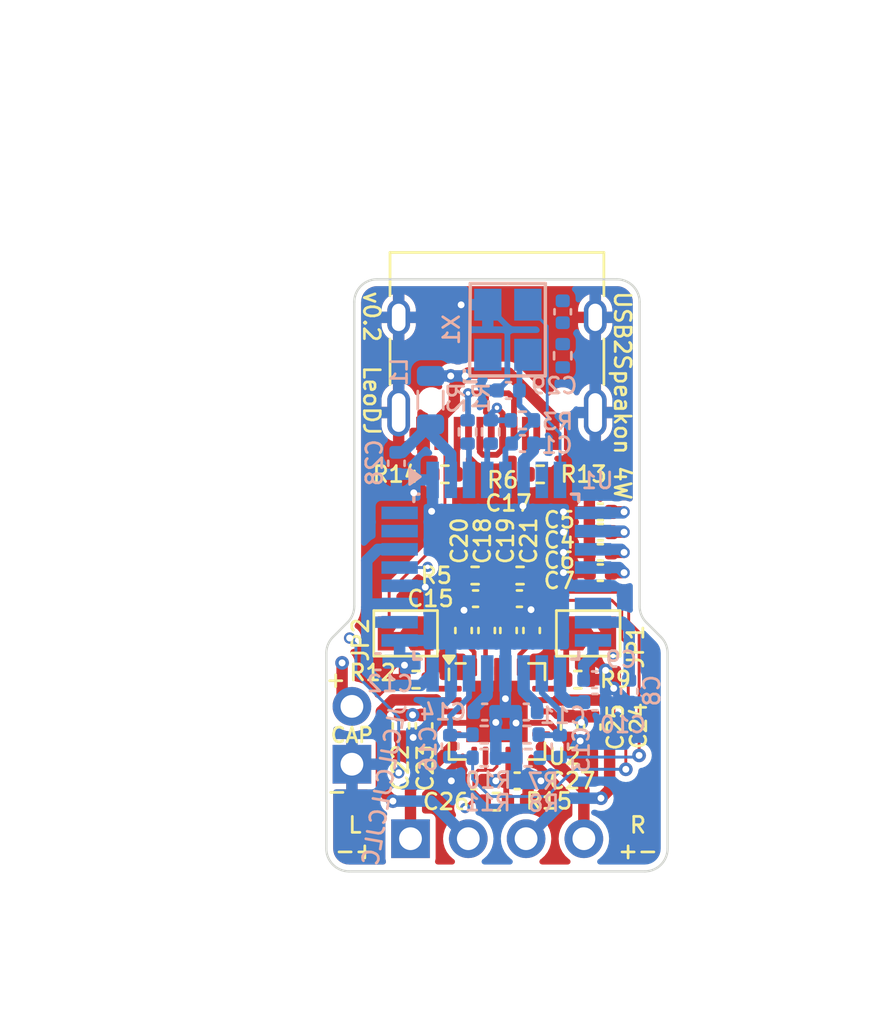
<source format=kicad_pcb>
(kicad_pcb (version 20240108) (generator "pcbnew") (generator_version "8.0")
  (layers (0 "F.Cu" signal) (1 "In1.Cu" signal) (2 "In2.Cu" signal) (31 "B.Cu" signal) (34 "B.Paste" user) (35 "F.Paste" user) (36 "B.SilkS" user "B.Silkscreen") (37 "F.SilkS" user "F.Silkscreen") (38 "B.Mask" user) (39 "F.Mask" user) (44 "Edge.Cuts" user))
  (net 0 "")
  (net 1 "+3V3")
  (net 2 "GND")
  (net 3 "Net-(U1-XTI)")
  (net 4 "Net-(U1-FR)")
  (net 5 "Net-(U1-FL)")
  (net 6 "Net-(U1-VCOM1)")
  (net 7 "Net-(U1-VCOM2)")
  (net 8 "Net-(U1-VCCCA)")
  (net 9 "Net-(U1-VIN)")
  (net 10 "Net-(U1-MBIAS)")
  (net 11 "Net-(U1-VCCL)")
  (net 12 "VCCP")
  (net 13 "Net-(U1-VOUTL)")
  (net 14 "LINE_L")
  (net 15 "Net-(U1-VCCR)")
  (net 16 "Net-(C15-Pad1)")
  (net 17 "LINE_R")
  (net 18 "Net-(U1-VOUTR)")
  (net 19 "Net-(C17-Pad1)")
  (net 20 "Net-(U2-INL+)")
  (net 21 "Net-(U2-INR+)")
  (net 22 "Net-(U2-INL-)")
  (net 23 "Net-(U2-INR-)")
  (net 24 "VBUS")
  (net 26 "Net-(J1-D--PadA7)")
  (net 27 "Net-(J1-CC2)")
  (net 28 "Net-(J1-D+-PadA6)")
  (net 30 "Net-(J1-CC1)")
  (net 31 "Net-(J2-Pin_3)")
  (net 32 "Net-(J2-Pin_1)")
  (net 33 "Net-(J2-Pin_4)")
  (net 34 "Net-(J2-Pin_2)")
  (net 35 "Net-(U1-VBUS)")
  (net 36 "Net-(U1-D+)")
  (net 37 "Net-(U1-D-)")
  (net 38 "Net-(U1-~{PLAY})")
  (net 39 "Net-(U1-~{REC})")
  (net 40 "~{SSPND}")
  (footprint "Resistor_SMD:R_0402_1005Metric" (layer "F.Cu") (at 148.3614 103.7336)
    (property "Reference" "R9")
    (property "Value" "33k")
  )
  (footprint "Capacitor_SMD:C_0402_1005Metric" (layer "F.Cu") (at 149.3494 96.3676)
    (property "Reference" "C5")
    (property "Value" "100p")
  )
  (footprint "Capacitor_SMD:C_0402_1005Metric" (layer "F.Cu") (at 145.7934 100.1776)
    (property "Reference" "C17")
    (property "Value" "47n")
  )
  (footprint "Package_DFN_QFN:QFN-20-1EP_4x4mm_P0.5mm_EP2.7x2.7mm" (layer "F.Cu") (at 144.8054 105.1306)
    (property "Reference" "U2")
    (property "Value" "TPA2012D2RTJR")
  )
  (footprint "Capacitor_SMD:C_0402_1005Metric" (layer "F.Cu") (at 140.5838 105.7636 -90)
    (property "Reference" "C22")
    (property "Value" "10u")
  )
  (footprint "Connector_USB:USB_C_Receptacle_HRO_TYPE-C-31-M-12" (layer "F.Cu") (at 144.8054 88.8746 180)
    (property "Reference" "J1" (hide yes))
    (property "Value" "USB_C_Receptacle_USB2.0_16P")
  )
  (footprint "Capacitor_SMD:C_0402_1005Metric" (layer "F.Cu") (at 148.9964 105.8164 -90)
    (property "Reference" "C24")
    (property "Value" "10u")
  )
  (footprint "Capacitor_SMD:C_0402_1005Metric" (layer "F.Cu") (at 143.3374 101.5746 90)
    (property "Reference" "C20")
    (property "Value" "470n")
  )
  (footprint "Connector_PinSocket_2.54mm:PinSocket_1x02_P2.54mm_Vertical" (layer "F.Cu") (at 138.4304 107.4474 180)
    (property "Reference" "J3" (hide yes))
    (property "Value" "Ext_Cap")
  )
  (footprint "Capacitor_SMD:C_0402_1005Metric" (layer "F.Cu") (at 144.3534 101.5746 -90)
    (property "Reference" "C18")
    (property "Value" "470n")
  )
  (footprint "Capacitor_SMD:C_0402_1005Metric" (layer "F.Cu") (at 146.3294 101.5746 90)
    (property "Reference" "C21")
    (property "Value" "470n")
  )
  (footprint "Capacitor_SMD:C_0402_1005Metric" (layer "F.Cu") (at 143.8656 100.1776 180)
    (property "Reference" "C15")
    (property "Value" "47n")
  )
  (footprint "Resistor_SMD:R_0402_1005Metric" (layer "F.Cu") (at 144.78 109.093 180)
    (property "Reference" "R15")
    (property "Value" "33k")
  )
  (footprint "Capacitor_SMD:C_0402_1005Metric" (layer "F.Cu") (at 149.3494 97.2566)
    (property "Reference" "C4")
    (property "Value" "100p")
  )
  (footprint "Resistor_SMD:R_0402_1005Metric" (layer "F.Cu") (at 146.7104 94.7166)
    (property "Reference" "R13")
    (property "Value" "5k1")
  )
  (footprint "Resistor_SMD:R_0402_1005Metric" (layer "F.Cu") (at 142.5194 94.7166 180)
    (property "Reference" "R14")
    (property "Value" "5k1")
  )
  (footprint "Capacitor_SMD:C_0402_1005Metric" (layer "F.Cu") (at 147.9804 105.8164 -90)
    (property "Reference" "C25")
    (property "Value" "100n")
  )
  (footprint "Resistor_SMD:R_0402_1005Metric" (layer "F.Cu") (at 145.8214 99.1616 180)
    (property "Reference" "R6")
    (property "Value" "100")
  )
  (footprint "Capacitor_SMD:C_0402_1005Metric" (layer "F.Cu") (at 145.6944 108.1786)
    (property "Reference" "C27")
    (property "Value" "100n")
  )
  (footprint "Capacitor_SMD:C_0402_1005Metric" (layer "F.Cu") (at 143.7894 108.1786 180)
    (property "Reference" "C26")
    (property "Value" "10u")
  )
  (footprint "Jumper:SolderJumper-2_P1.3mm_Open_TrianglePad1.0x1.5mm" (layer "F.Cu") (at 148.8186 101.7016)
    (property "Reference" "JP1")
    (property "Value" "G0")
  )
  (footprint "Capacitor_SMD:C_0402_1005Metric" (layer "F.Cu") (at 145.3134 101.5746 -90)
    (property "Reference" "C19")
    (property "Value" "470n")
  )
  (footprint "Connector_PinHeader_2.54mm:PinHeader_1x04_P2.54mm_Vertical" (layer "F.Cu") (at 141.0054 110.7186 90)
    (property "Reference" "J2" (hide yes))
    (property "Value" "Conn_01x04")
  )
  (footprint "Capacitor_SMD:C_0402_1005Metric" (layer "F.Cu") (at 149.3494 98.1456)
    (property "Reference" "C6")
    (property "Value" "3u3")
  )
  (footprint "Resistor_SMD:R_0402_1005Metric" (layer "F.Cu") (at 143.8454 99.1616)
    (property "Reference" "R5")
    (property "Value" "100")
  )
  (footprint "Capacitor_SMD:C_0402_1005Metric" (layer "F.Cu") (at 141.5998 105.7636 -90)
    (property "Reference" "C23")
    (property "Value" "100n")
  )
  (footprint "Jumper:SolderJumper-2_P1.3mm_Open_TrianglePad1.0x1.5mm" (layer "F.Cu") (at 140.7922 101.7016 180)
    (property "Reference" "JP2")
    (property "Value" "G1")
  )
  (footprint "Resistor_SMD:R_0402_1005Metric" (layer "F.Cu") (at 141.2494 103.7336 180)
    (property "Reference" "R12")
    (property "Value" "33k")
  )
  (footprint "Capacitor_SMD:C_0402_1005Metric" (layer "F.Cu") (at 149.3494 99.0346)
    (property "Reference" "C7")
    (property "Value" "100n")
  )
  (footprint "Resistor_SMD:R_0402_1005Metric" (layer "B.Cu") (at 146.1262 106.1466 180)
    (property "Reference" "R7")
    (property "Value" "33k")
  )
  (footprint "Resistor_SMD:R_0402_1005Metric" (layer "B.Cu") (at 144.2466 106.1466 180)
    (property "Reference" "R10")
    (property "Value" "33k")
  )
  (footprint "Resistor_SMD:R_0402_1005Metric" (layer "B.Cu") (at 143.511982 92.855341 90)
    (property "Reference" "R2")
    (property "Value" "22")
  )
  (footprint "Capacitor_SMD:C_0402_1005Metric" (layer "B.Cu") (at 150.6194 104.2416 90)
    (property "Reference" "C8")
    (property "Value" "1u")
  )
  (footprint "Inductor_SMD:L_0805_2012Metric" (layer "B.Cu") (at 141.8844 91.4611 -90)
    (property "Reference" "L1")
    (property "Value" "1uH / <0.6Ω")
  )
  (footprint "Capacitor_SMD:C_0402_1005Metric" (layer "B.Cu") (at 149.1114 104.7226 180)
    (property "Reference" "C10")
    (property "Value" "3u3")
  )
  (footprint "Resistor_SMD:R_0402_1005Metric" (layer "B.Cu") (at 147.696319 89.5096 90)
    (property "Reference" "R4" (hide yes))
    (property "Value" "DNP")
  )
  (footprint "LCSC:OSC-SMD_4P-L3.2-W2.5-BL" (layer "B.Cu") (at 145.283319 88.3666 90)
    (property "Reference" "X1")
    (property "Value" "6MHz XO")
  )
  (footprint "Capacitor_SMD:C_0402_1005Metric" (layer "B.Cu") (at 147.696319 87.5792 -90)
    (property "Reference" "C2" (hide yes))
    (property "Value" "DNP")
  )
  (footprint "Resistor_SMD:R_0402_1005Metric" (layer "B.Cu") (at 144.2466 107.1626 180)
    (property "Reference" "R11")
    (property "Value" "33k")
  )
  (footprint "Capacitor_SMD:C_0402_1005Metric" (layer "B.Cu") (at 149.0954 103.7336 180)
    (property "Reference" "C9")
    (property "Value" "100n")
  )
  (footprint "Resistor_SMD:R_0402_1005Metric" (layer "B.Cu") (at 146.1744 107.1626 180)
    (property "Reference" "R8")
    (property "Value" "33k")
  )
  (footprint "Package_QFP:TQFP-32_7x7mm_P0.8mm" (layer "B.Cu") (at 144.7774 99.211341 -90)
    (property "Reference" "U1")
    (property "Value" "PCM2912A")
  )
  (footprint "Capacitor_SMD:C_0402_1005Metric" (layer "B.Cu") (at 142.7454 106.6546 90)
    (property "Reference" "C16")
    (property "Value" "10u")
  )
  (footprint "Resistor_SMD:R_0402_1005Metric" (layer "B.Cu") (at 144.527982 92.855341 -90)
    (property "Reference" "R1")
    (property "Value" "22")
  )
  (footprint "Resistor_SMD:R_0402_1005Metric" (layer "B.Cu") (at 145.924982 92.347341)
    (property "Reference" "R3")
    (property "Value" "1k5")
  )
  (footprint "Capacitor_SMD:C_0402_1005Metric" (layer "B.Cu") (at 144.2668 105.156 180)
    (property "Reference" "C14")
    (property "Value" "1u")
  )
  (footprint "Capacitor_SMD:C_0402_1005Metric" (layer "B.Cu") (at 139.573 102.9462 180)
    (property "Reference" "C12")
    (property "Value" "1u")
  )
  (footprint "Capacitor_SMD:C_0402_1005Metric" (layer "B.Cu") (at 147.5714 106.6546 90)
    (property "Reference" "C13")
    (property "Value" "10u")
  )
  (footprint "Capacitor_SMD:C_0402_1005Metric" (layer "B.Cu") (at 145.3134 91.0336)
    (property "Reference" "C29")
    (property "Value" "100n")
  )
  (footprint "Capacitor_SMD:C_0402_1005Metric" (layer "B.Cu") (at 145.926982 93.363341 180)
    (property "Reference" "C1")
    (property "Value" "1u")
  )
  (footprint "Capacitor_SMD:C_0402_1005Metric" (layer "B.Cu") (at 146.0956 105.156)
    (property "Reference" "C11")
    (property "Value" "1u")
  )
  (footprint "Capacitor_SMD:C_0402_1005Metric" (layer "B.Cu") (at 140.3858 94.234 -90)
    (property "Reference" "C28")
    (property "Value" "1u")
  )
  (gr_line (start 152.012507 101.860708) (end 151.369894 101.218095) (stroke (width 0.1)) (layer "Edge.Cuts"))
  (gr_line (start 138.236738 101.222261) (end 137.598292 101.860707) (stroke (width 0.1)) (layer "Edge.Cuts"))
  (gr_arc (start 138.533795 87.153555) (mid 138.826675 86.446481) (end 139.533749 86.1536) (stroke (width 0.1)) (layer "Edge.Cuts"))
  (gr_arc (start 152.012507 101.860708) (mid 152.229279 102.185129) (end 152.305399 102.56781) (stroke (width 0.1)) (layer "Edge.Cuts"))
  (gr_arc (start 137.305399 102.567745) (mid 137.381521 102.185094) (end 137.598292 101.860707) (stroke (width 0.1)) (layer "Edge.Cuts"))
  (gr_line (start 152.305399 111.153601) (end 152.305399 102.56781) (stroke (width 0.1)) (layer "Edge.Cuts"))
  (gr_arc (start 151.369894 101.218095) (mid 151.153123 100.893674) (end 151.077003 100.510993) (stroke (width 0.1)) (layer "Edge.Cuts"))
  (gr_line (start 138.305399 112.1536) (end 151.305401 112.1536) (stroke (width 0.1)) (layer "Edge.Cuts"))
  (gr_arc (start 138.533795 100.510935) (mid 138.456547 100.896365) (end 138.236738 101.222261) (stroke (width 0.1)) (layer "Edge.Cuts"))
  (gr_arc (start 150.077004 86.1536) (mid 150.78411 86.446493) (end 151.077003 87.153598) (stroke (width 0.1)) (layer "Edge.Cuts"))
  (gr_line (start 151.077003 100.510993) (end 151.077003 87.153598) (stroke (width 0.1)) (layer "Edge.Cuts"))
  (gr_arc (start 138.305399 112.1536) (mid 137.595829 111.858246) (end 137.305399 111.146647) (stroke (width 0.1)) (layer "Edge.Cuts"))
  (gr_line (start 137.305399 111.146647) (end 137.305399 102.567745) (stroke (width 0.1)) (layer "Edge.Cuts"))
  (gr_line (start 150.077004 86.1536) (end 139.533749 86.1536) (stroke (width 0.1)) (layer "Edge.Cuts"))
  (gr_line (start 138.533795 87.153555) (end 138.533795 100.510935) (stroke (width 0.1)) (layer "Edge.Cuts"))
  (gr_arc (start 152.305399 111.153601) (mid 152.012506 111.860707) (end 151.305401 112.1536) (stroke (width 0.1)) (layer "Edge.Cuts"))
  (gr_text "JLCJLCJLCJLC" (at 140.8938 104.775 80) (layer "B.SilkS") (effects (font (size 0.7 0.7) (thickness 0.12) (bold yes)) (justify left bottom mirror)))
  (gr_text "-" (at 137.7696 109.0422 0) (layer "F.SilkS") (effects (font (size 0.7 0.7) (thickness 0.12) (bold yes)) (justify bottom)))
  (gr_text "v0.2  LeoDJ" (at 138.8872 86.614 270) (layer "F.SilkS") (effects (font (size 0.7 0.7) (thickness 0.12) (bold yes)) (justify left bottom)))
  (gr_text "CAP" (at 138.43 106.553 0) (layer "F.SilkS") (effects (font (size 0.65 0.65) (thickness 0.12) (bold yes)) (justify bottom)))
  (gr_text "L\n-+" (at 138.563518 111.65719 0) (layer "F.SilkS") (effects (font (size 0.7 0.7) (thickness 0.12) (bold yes)) (justify bottom)))
  (gr_text "USB2Speakon 4W" (at 149.9108 86.614 -90) (layer "F.SilkS") (effects (font (size 0.7 0.7) (thickness 0.12) (bold yes)) (justify left bottom)))
  (gr_text "R\n+-" (at 151.003 111.6584 0) (layer "F.SilkS") (effects (font (size 0.7 0.7) (thickness 0.12) (bold yes)) (justify bottom)))
  (gr_text "+" (at 137.7188 104.14 0) (layer "F.SilkS") (effects (font (size 0.7 0.7) (thickness 0.12) (bold yes)) (justify bottom)))
  (segment (start 146.434982 92.332982) (end 145.7934 91.6914) (width 0.254) (layer "B.Cu") (net 1))
  (segment (start 146.434982 92.347341) (end 146.434982 92.332982) (width 0.254) (layer "B.Cu") (net 1))
  (segment (start 145.7934 89.836519) (end 146.163319 89.4666) (width 0.254) (layer "B.Cu") (net 1))
  (segment (start 145.446982 93.363341) (end 145.446982 93.335341) (width 0.254) (layer "B.Cu") (net 1))
  (segment (start 145.1774 94.961341) (end 145.1774 93.632923) (width 0.254) (layer "B.Cu") (net 1))
  (segment (start 145.446982 93.335341) (end 146.434982 92.347341) (width 0.254) (layer "B.Cu") (net 1))
  (segment (start 145.7934 91.6914) (end 145.7934 91.0336) (width 0.254) (layer "B.Cu") (net 1))
  (segment (start 145.7934 91.0336) (end 145.7934 89.836519) (width 0.254) (layer "B.Cu") (net 1))
  (segment (start 145.1774 93.632923) (end 145.446982 93.363341) (width 0.254) (layer "B.Cu") (net 1))
  (segment (start 144.8054 103.1806) (end 144.8054 105.1306) (width 0.254) (layer "F.Cu") (net 2))
  (segment (start 148.0554 93.8816) (end 148.0554 92.9196) (width 0.5) (layer "F.Cu") (net 2))
  (segment (start 143.3856 100.1776) (end 143.3856 100.6576) (width 0.5) (layer "F.Cu") (net 2))
  (segment (start 141.1524 106.2436) (end 141.5998 106.2436) (width 0.5) (layer "F.Cu") (net 2))
  (segment (start 146.7554 105.6306) (end 145.6516 105.6306) (width 0.254) (layer "F.Cu") (net 2))
  (segment (start 149.3774 103.7336) (end 148.8714 103.7336) (width 0.5) (layer "F.Cu") (net 2))
  (segment (start 143.3374 101.0946) (end 143.3374 100.7058) (width 0.5) (layer "F.Cu") (net 2))
  (segment (start 148.8694 97.2566) (end 147.7264 97.2566) (width 0.5) (layer "F.Cu") (net 2))
  (segment (start 147.2204 94.7166) (end 148.0554 93.8816) (width 0.5) (layer "F.Cu") (net 2))
  (segment (start 141.5554 94.2626) (end 141.5554 92.9196) (width 0.5) (layer "F.Cu") (net 2))
  (segment (start 145.6436 105.6386) (end 145.6356 105.6306) (width 0.254) (layer "F.Cu") (net 2))
  (segment (start 147.7606 106.2964) (end 147.9804 106.2964) (width 0.254) (layer "F.Cu") (net 2))
  (segment (start 140.5838 106.2436) (end 141.0924 106.2436) (width 0.5) (layer "F.Cu") (net 2))
  (segment (start 148.8694 96.3676) (end 147.7264 96.3676) (width 0.5) (layer "F.Cu") (net 2))
  (segment (start 140.7394 103.1006) (end 140.7414 103.0986) (width 0.254) (layer "F.Cu") (net 2))
  (segment (start 147.0948 105.6306) (end 147.7606 106.2964) (width 0.254) (layer "F.Cu") (net 2))
  (segment (start 146.2734 100.1776) (end 146.2734 100.6296) (width 0.5) (layer "F.Cu") (net 2))
  (segment (start 148.8694 98.1456) (end 147.7264 98.1456) (width 0.5) (layer "F.Cu") (net 2))
  (segment (start 143.3856 100.6576) (end 143.3576 100.6856) (width 0.5) (layer "F.Cu") (net 2))
  (segment (start 142.0094 94.7166) (end 141.5554 94.2626) (width 0.5) (layer "F.Cu") (net 2))
  (segment (start 145.3054 105.6306) (end 144.8054 105.1306) (width 0.254) (layer "F.Cu") (net 2))
  (segment (start 149.5806 103.3272) (end 149.5806 103.5304) (width 0.5) (layer "F.Cu") (net 2))
  (segment (start 143.3374 100.7058) (end 143.3576 100.6856) (width 0.5) (layer "F.Cu") (net 2))
  (segment (start 148.8694 99.0346) (end 148.8694 96.3676) (width 0.5) (layer "F.Cu") (net 2))
  (segment (start 143.3094 108.1786) (end 142.8014 108.1786) (width 0.5) (layer "F.Cu") (net 2))
  (segment (start 145.6356 105.6306) (end 145.3054 105.6306) (width 0.254) (layer "F.Cu") (net 2))
  (segment (start 146.3294 101.0946) (end 146.3294 100.6856) (width 0.5) (layer "F.Cu") (net 2))
  (segment (start 144.3054 105.6306) (end 144.8054 105.1306) (width 0.254) (layer "F.Cu") (net 2))
  (segment (start 148.8694 99.0346) (end 147.7264 99.0346) (width 0.5) (layer "F.Cu") (net 2))
  (segment (start 146.3294 100.6856) (end 146.304 100.6602) (width 0.5) (layer "F.Cu") (net 2))
  (segment (start 141.1224 106.2736) (end 141.1524 106.2436) (width 0.5) (layer "F.Cu") (net 2))
  (segment (start 149.5806 103.5304) (end 149.3774 103.7336) (width 0.5) (layer "F.Cu") (net 2))
  (segment (start 142.8554 105.6306) (end 142.4004 105.6306) (width 0.254) (layer "F.Cu") (net 2))
  (segment (start 141.0924 106.2436) (end 141.1224 106.2736) (width 0.5) (layer "F.Cu") (net 2))
  (segment (start 146.2734 100.6296) (end 146.304 100.6602) (width 0.5) (layer "F.Cu") (net 2))
  (segment (start 146.1744 108.1786) (end 146.7384 108.1786) (width 0.5) (layer "F.Cu") (net 2))
  (segment (start 142.8554 105.6306) (end 144.3054 105.6306) (width 0.254) (layer "F.Cu") (net 2))
  (segment (start 142.4004 105.6306) (end 141.7874 106.2436) (width 0.254) (layer "F.Cu") (net 2))
  (segment (start 141.7874 106.2436) (end 141.5998 106.2436) (width 0.254) (layer "F.Cu") (net 2))
  (segment (start 145.6516 105.6306) (end 145.6436 105.6386) (width 0.254) (layer "F.Cu") (net 2))
  (segment (start 146.7554 105.6306) (end 147.0948 105.6306) (width 0.254) (layer "F.Cu") (net 2))
  (segment (start 140.7394 103.7336) (end 140.7394 103.1006) (width 0.254) (layer "F.Cu") (net 2))
  (via (at 145.9484 96.1136) (size 0.5) (drill 0.3) (layers "F.Cu" "B.Cu") (net 2))
  (via (at 147.7264 97.2566) (size 0.5) (drill 0.3) (layers "F.Cu" "B.Cu") (net 2))
  (via (at 146.304 100.6602) (size 0.6) (drill 0.3) (layers "F.Cu" "B.Cu") (net 2))
  (via (at 143.3576 100.6856) (size 0.6) (drill 0.3) (layers "F.Cu" "B.Cu") (net 2))
  (via (at 143.2306 87.2744) (size 0.6) (drill 0.3) (layers "F.Cu" "B.Cu") (net 2))
  (via (at 142.8014 108.1786) (size 0.6) (drill 0.3) (layers "F.Cu" "B.Cu") (net 2))
  (via (at 141.1478 95.5294) (size 0.6) (drill 0.3) (layers "F.Cu" "B.Cu") (net 2))
  (via (at 147.7264 99.0346) (size 0.5) (drill 0.3) (layers "F.Cu" "B.Cu") (net 2))
  (via (at 141.9352 96.3422) (size 0.6) (drill 0.3) (layers "F.Cu" "B.Cu") (net 2))
  (via (at 149.5806 103.3272) (size 0.6) (drill 0.3) (layers "F.Cu" "B.Cu") (net 2))
  (via (at 141.6558 99.6696) (size 0.5) (drill 0.3) (layers "F.Cu" "B.Cu") (net 2))
  (via (at 140.7414 103.0986) (size 0.5) (drill 0.3) (layers "F.Cu" "B.Cu") (net 2))
  (via (at 145.1774 104.5718) (size 0.5) (drill 0.3) (layers "F.Cu" "B.Cu") (net 2))
  (via (at 141.1224 106.2736) (size 0.6) (drill 0.3) (layers "F.Cu" "B.Cu") (net 2))
  (via (at 147.7264 98.1456) (size 0.5) (drill 0.3) (layers "F.Cu" "B.Cu") (net 2))
  (via (at 145.6436 105.6386) (size 0.6) (drill 0.3) (layers "F.Cu" "B.Cu") (net 2))
  (via (at 144.7546 105.6132) (size 0.6) (drill 0.3) (layers "F.Cu" "B.Cu") (net 2))
  (via (at 149.9362 104.1146) (size 0.6) (drill 0.3) (layers "F.Cu" "B.Cu") (net 2))
  (via (at 146.7384 108.1786) (size 0.6) (drill 0.3) (layers "F.Cu" "B.Cu") (net 2))
  (via (at 148.463 106.426) (size 0.6) (drill 0.3) (layers "F.Cu" "B.Cu") (net 2))
  (via (at 147.7264 96.3676) (size 0.5) (drill 0.3) (layers "F.Cu" "B.Cu") (net 2))
  (segment (start 145.9774 96.0846) (end 145.9484 96.1136) (width 0.5) (layer "B.Cu") (net 2))
  (segment (start 149.0274 99.611341) (end 148.0746 99.611341) (width 0.5) (layer "B.Cu") (net 2))
  (segment (start 140.5274 102.8846) (end 140.7414 103.0986) (width 0.5) (layer "B.Cu") (net 2))
  (segment (start 147.7264 99.263141) (end 147.7264 99.0346) (width 0.5) (layer "B.Cu") (net 2))
  (segment (start 140.5274 102.8046) (end 140.5274 102.011341) (width 0.5) (layer "B.Cu") (net 2))
  (segment (start 149.5914 103.7496) (end 149.5754 103.7336) (width 0.5) (layer "B.Cu") (net 2))
  (segment (start 149.5806 103.3272) (end 149.5754 103.3324) (width 0.5) (layer "B.Cu") (net 2))
  (segment (start 149.5914 104.7226) (end 149.5914 103.7496) (width 0.5) (layer "B.Cu") (net 2))
  (segment (start 141.597541 99.611341) (end 140.5274 99.611341) (width 0.254) (layer "B.Cu") (net 2))
  (segment (start 144.7468 105.156) (end 145.143 105.156) (width 0.5) (layer "B.Cu") (net 2))
  (segment (start 150.5442 104.7226) (end 150.6184 104.7226) (width 0.5) (layer "B.Cu") (net 2))
  (segment (start 144.8334 91.0336) (end 145.2626 90.6044) (width 0.254) (layer "B.Cu") (net 2))
  (segment (start 144.7566 105.6112) (end 144.7566 105.1658) (width 0.5) (layer "B.Cu") (net 2))
  (segment (start 145.1774 104.5718) (end 145.1774 105.1216) (width 0.5) (layer "B.Cu") (net 2))
  (segment (start 140.053 102.9462) (end 140.3858 102.9462) (width 0.5) (layer "B.Cu") (net 2))
  (segment (start 144.7566 107.1626) (end 144.7566 105.6152) (width 0.5) (layer "B.Cu") (net 2))
  (segment (start 140.5274 102.011341) (end 140.5274 102.8846) (width 0.5) (layer "B.Cu") (net 2))
  (segment (start 145.6644 105.2048) (end 145.6156 105.156) (width 0.5) (layer "B.Cu") (net 2))
  (segment (start 145.2118 105.156) (end 145.6156 105.156) (width 0.5) (layer "B.Cu") (net 2))
  (segment (start 149.5914 104.7226) (end 150.6184 104.7226) (width 0.5) (layer "B.Cu") (net 2))
  (segment (start 144.7566 105.6152) (end 144.7546 105.6132) (width 0.5) (layer "B.Cu") (net 2))
  (segment (start 149.5754 103.3324) (end 149.5754 103.7336) (width 0.5) (layer "B.Cu") (net 2))
  (segment (start 145.143 105.156) (end 145.1774 105.1216) (width 0.5) (layer "B.Cu") (net 2))
  (segment (start 140.3858 102.9462) (end 140.5274 102.8046) (width 0.5) (layer "B.Cu") (net 2))
  (segment (start 145.2626 90.6044) (end 145.2626 88.2142) (width 0.254) (layer "B.Cu") (net 2))
  (segment (start 145.1774 105.1216) (end 145.2118 105.156) (width 0.5) (layer "B.Cu") (net 2))
  (segment (start 145.6644 107.1626) (end 145.6644 105.2048) (width 0.5) (layer "B.Cu") (net 2))
  (segment (start 144.7546 105.6132) (end 144.7566 105.6112) (width 0.5) (layer "B.Cu") (net 2))
  (segment (start 150.6184 104.7226) (end 150.6194 104.7216) (width 0.5) (layer "B.Cu") (net 2))
  (segment (start 145.9774 94.102922) (end 145.9774 94.961341) (width 0.5) (layer "B.Cu") (net 2))
  (segment (start 146.406982 93.363341) (end 146.406982 93.67334) (width 0.5) (layer "B.Cu") (net 2))
  (segment (start 145.9774 94.961341) (end 145.9774 96.0846) (width 0.5) (layer "B.Cu") (net 2))
  (segment (start 149.9362 104.1146) (end 150.5442 104.7226) (width 0.5) (layer "B.Cu") (net 2))
  (segment (start 141.6558 99.6696) (end 141.597541 99.611341) (width 0.254) (layer "B.Cu") (net 2))
  (segment (start 144.403319 87.354919) (end 144.403319 87.2666) (width 0.254) (layer "B.Cu") (net 2))
  (segment (start 146.406982 93.67334) (end 145.9774 94.102922) (width 0.5) (layer "B.Cu") (net 2))
  (segment (start 145.2626 88.2142) (end 144.403319 87.354919) (width 0.254) (layer "B.Cu") (net 2))
  (segment (start 144.7566 105.1658) (end 144.7468 105.156) (width 0.5) (layer "B.Cu") (net 2))
  (segment (start 148.0746 99.611341) (end 147.7264 99.263141) (width 0.5) (layer "B.Cu") (net 2))
  (segment (start 145.1774 103.461341) (end 145.1774 104.5718) (width 0.5) (layer "B.Cu") (net 2))
  (segment (start 146.163319 87.2666) (end 146.163319 87.362319) (width 0.127) (layer "B.Cu") (net 3))
  (segment (start 147.5774 92.9166) (end 147.5774 94.961341) (width 0.127) (layer "B.Cu") (net 3))
  (segment (start 147.0152 92.3544) (end 147.5774 92.9166) (width 0.127) (layer "B.Cu") (net 3))
  (segment (start 147.0152 88.2142) (end 147.0152 92.3544) (width 0.127) (layer "B.Cu") (net 3))
  (segment (start 146.163319 87.362319) (end 147.0152 88.2142) (width 0.127) (layer "B.Cu") (net 3))
  (segment (start 149.8294 97.2566) (end 150.3934 97.2566) (width 0.5) (layer "F.Cu") (net 4))
  (via (at 150.3934 97.2566) (size 0.5) (drill 0.3) (layers "F.Cu" "B.Cu") (net 4))
  (segment (start 150.348141 97.211341) (end 150.3934 97.2566) (width 0.5) (layer "B.Cu") (net 4))
  (segment (start 149.0274 97.211341) (end 150.348141 97.211341) (width 0.5) (layer "B.Cu") (net 4))
  (segment (start 149.8294 96.3676) (end 150.3934 96.3676) (width 0.5) (layer "F.Cu") (net 5))
  (via (at 150.3934 96.3676) (size 0.5) (drill 0.3) (layers "F.Cu" "B.Cu") (net 5))
  (segment (start 149.0274 96.411341) (end 150.349659 96.411341) (width 0.5) (layer "B.Cu") (net 5))
  (segment (start 150.349659 96.411341) (end 150.3934 96.3676) (width 0.5) (layer "B.Cu") (net 5))
  (segment (start 149.8294 98.1456) (end 150.3934 98.1456) (width 0.5) (layer "F.Cu") (net 6))
  (via (at 150.3934 98.1456) (size 0.5) (drill 0.3) (layers "F.Cu" "B.Cu") (net 6))
  (segment (start 149.0274 98.011341) (end 150.259141 98.011341) (width 0.5) (layer "B.Cu") (net 6))
  (segment (start 150.259141 98.011341) (end 150.3934 98.1456) (width 0.5) (layer "B.Cu") (net 6))
  (segment (start 149.8294 99.0346) (end 150.3934 99.0346) (width 0.5) (layer "F.Cu") (net 7))
  (via (at 150.3934 99.0346) (size 0.5) (drill 0.3) (layers "F.Cu" "B.Cu") (net 7))
  (segment (start 150.170141 98.811341) (end 150.3934 99.0346) (width 0.5) (layer "B.Cu") (net 7))
  (segment (start 149.0274 98.811341) (end 150.170141 98.811341) (width 0.5) (layer "B.Cu") (net 7))
  (segment (start 150.6194 103.7616) (end 150.6194 101.503341) (width 0.5) (layer "B.Cu") (net 8))
  (segment (start 150.6194 101.503341) (end 150.3274 101.211341) (width 0.5) (layer "B.Cu") (net 8))
  (segment (start 150.3274 101.211341) (end 149.0274 101.211341) (width 0.5) (layer "B.Cu") (net 8))
  (segment (start 149.0274 102.011341) (end 149.0274 102.6866) (width 0.5) (layer "B.Cu") (net 9))
  (segment (start 148.6154 103.0986) (end 148.6154 103.7336) (width 0.5) (layer "B.Cu") (net 9))
  (segment (start 149.0274 102.6866) (end 148.6154 103.0986) (width 0.5) (layer "B.Cu") (net 9))
  (segment (start 147.5774 104.3466) (end 147.5774 103.461341) (width 0.5) (layer "B.Cu") (net 10))
  (segment (start 148.6314 104.7226) (end 147.9534 104.7226) (width 0.5) (layer "B.Cu") (net 10))
  (segment (start 147.9534 104.7226) (end 147.5774 104.3466) (width 0.5) (layer "B.Cu") (net 10))
  (segment (start 145.9774 104.247801) (end 146.5756 104.846001) (width 0.5) (layer "B.Cu") (net 11))
  (segment (start 146.5756 104.846001) (end 146.5756 105.156) (width 0.5) (layer "B.Cu") (net 11))
  (segment (start 145.9774 103.461341) (end 145.9774 104.247801) (width 0.5) (layer "B.Cu") (net 11))
  (segment (start 140.5274 98.011341) (end 139.5746 98.011341) (width 0.5) (layer "B.Cu") (net 12))
  (segment (start 141.451141 103.9876) (end 141.9774 103.461341) (width 0.5) (layer "B.Cu") (net 12))
  (segment (start 139.227659 101.211341) (end 140.5274 101.211341) (width 0.5) (layer "B.Cu") (net 12))
  (segment (start 139.083796 100.554945) (end 139.083796 102.936996) (width 0.5) (layer "B.Cu") (net 12))
  (segment (start 140.5274 100.411341) (end 139.2274 100.411341) (width 0.5) (layer "B.Cu") (net 12))
  (segment (start 139.083796 98.502145) (end 139.083796 100.554945) (width 0.5) (layer "B.Cu") (net 12))
  (segment (start 139.093 103.357799) (end 139.722801 103.9876) (width 0.5) (layer "B.Cu") (net 12))
  (segment (start 139.5746 98.011341) (end 139.083796 98.502145) (width 0.5) (layer "B.Cu") (net 12))
  (segment (start 139.722801 103.9876) (end 141.451141 103.9876) (width 0.5) (layer "B.Cu") (net 12))
  (segment (start 139.093 102.9462) (end 139.093 103.357799) (width 0.5) (layer "B.Cu") (net 12))
  (segment (start 139.083796 102.936996) (end 139.093 102.9462) (width 0.5) (layer "B.Cu") (net 12))
  (segment (start 139.2274 100.411341) (end 139.083796 100.554945) (width 0.5) (layer "B.Cu") (net 12))
  (segment (start 146.7774 103.461341) (end 146.7774 104.3086) (width 0.254) (layer "B.Cu") (net 13))
  (segment (start 147.5714 106.1746) (end 146.6642 106.1746) (width 0.254) (layer "B.Cu") (net 13))
  (segment (start 147.5714 105.1026) (end 147.5714 106.1746) (width 0.254) (layer "B.Cu") (net 13))
  (segment (start 146.6642 106.1746) (end 146.6362 106.1466) (width 0.254) (layer "B.Cu") (net 13))
  (segment (start 146.7774 104.3086) (end 147.5714 105.1026) (width 0.254) (layer "B.Cu") (net 13))
  (segment (start 150.5966 101.1936) (end 150.5966 100.1268) (width 0.127) (layer "F.Cu") (net 14))
  (segment (start 146.4056 98.505614) (end 146.4056 98.5012) (width 0.127) (layer "F.Cu") (net 14))
  (segment (start 143.9958 98.5012) (end 143.3354 99.1616) (width 0.127) (layer "F.Cu") (net 14))
  (segment (start 151.0538 107.061) (end 151.0538 101.6508) (width 0.127) (layer "F.Cu") (net 14))
  (segment (start 146.4056 98.5012) (end 143.9958 98.5012) (width 0.127) (layer "F.Cu") (net 14))
  (segment (start 150.5966 100.1268) (end 150.368 99.8982) (width 0.127) (layer "F.Cu") (net 14))
  (segment (start 147.798186 99.8982) (end 146.4056 98.505614) (width 0.127) (layer "F.Cu") (net 14))
  (segment (start 151.0538 101.6508) (end 150.5966 101.1936) (width 0.127) (layer "F.Cu") (net 14))
  (segment (start 150.368 99.8982) (end 147.798186 99.8982) (width 0.127) (layer "F.Cu") (net 14))
  (via (at 151.0538 107.061) (size 0.6) (drill 0.3) (layers "F.Cu" "B.Cu") (net 14))
  (segment (start 146.6844 107.1626) (end 147.5434 107.1626) (width 0.254) (layer "B.Cu") (net 14))
  (segment (start 151.0538 107.061) (end 150.9802 107.1346) (width 0.127) (layer "B.Cu") (net 14))
  (segment (start 150.9802 107.1346) (end 147.5714 107.1346) (width 0.127) (layer "B.Cu") (net 14))
  (segment (start 147.5434 107.1626) (end 147.5714 107.1346) (width 0.254) (layer "B.Cu") (net 14))
  (segment (start 143.7868 105.004741) (end 143.7868 105.156) (width 0.5) (layer "B.Cu") (net 15))
  (segment (start 144.3774 104.414141) (end 143.7868 105.004741) (width 0.5) (layer "B.Cu") (net 15))
  (segment (start 144.3774 103.461341) (end 144.3774 104.414141) (width 0.5) (layer "B.Cu") (net 15))
  (segment (start 144.3534 101.0946) (end 144.3534 99.1636) (width 0.254) (layer "F.Cu") (net 16))
  (segment (start 144.3534 99.1636) (end 144.3554 99.1616) (width 0.254) (layer "F.Cu") (net 16))
  (segment (start 147.3962 100.2538) (end 149.86 100.2538) (width 0.127) (layer "F.Cu") (net 17))
  (segment (start 150.2918 100.6856) (end 150.2918 101.9302) (width 0.127) (layer "F.Cu") (net 17))
  (segment (start 150.4696 104.8004) (end 150.4696 107.6706) (width 0.127) (layer "F.Cu") (net 17))
  (segment (start 150.5759 104.6941) (end 150.4696 104.8004) (width 0.127) (layer "F.Cu") (net 17))
  (segment (start 150.2918 101.9302) (end 150.5759 102.2143) (width 0.127) (layer "F.Cu") (net 17))
  (segment (start 150.4696 107.6706) (end 150.4799 107.6603) (width 0.127) (layer "F.Cu") (net 17))
  (segment (start 146.3314 99.1616) (end 146.3314 99.189) (width 0.127) (layer "F.Cu") (net 17))
  (segment (start 146.3314 99.189) (end 147.3962 100.2538) (width 0.127) (layer "F.Cu") (net 17))
  (segment (start 149.86 100.2538) (end 150.2918 100.6856) (width 0.127) (layer "F.Cu") (net 17))
  (segment (start 150.5759 102.2143) (end 150.5759 104.6941) (width 0.127) (layer "F.Cu") (net 17))
  (via (at 150.4696 107.6706) (size 0.6) (drill 0.3) (layers "F.Cu" "B.Cu") (net 17))
  (segment (start 144.5006 108.8644) (end 143.7366 108.1004) (width 0.127) (layer "B.Cu") (net 17))
  (segment (start 142.7454 107.1346) (end 143.7086 107.1346) (width 0.254) (layer "B.Cu") (net 17))
  (segment (start 143.7086 107.1346) (end 143.7366 107.1626) (width 0.254) (layer "B.Cu") (net 17))
  (segment (start 148.1963 107.6706) (end 147.0025 108.8644) (width 0.127) (layer "B.Cu") (net 17))
  (segment (start 143.7366 108.1004) (end 143.7366 107.1626) (width 0.127) (layer "B.Cu") (net 17))
  (segment (start 150.4696 107.6706) (end 148.1963 107.6706) (width 0.127) (layer "B.Cu") (net 17))
  (segment (start 147.0025 108.8644) (end 144.5006 108.8644) (width 0.127) (layer "B.Cu") (net 17))
  (segment (start 143.5774 103.461341) (end 143.5774 104.49717) (width 0.254) (layer "B.Cu") (net 18))
  (segment (start 143.5774 104.49717) (end 142.7454 105.32917) (width 0.254) (layer "B.Cu") (net 18))
  (segment (start 143.7086 106.1746) (end 143.7366 106.1466) (width 0.254) (layer "B.Cu") (net 18))
  (segment (start 142.7454 106.1746) (end 143.7086 106.1746) (width 0.254) (layer "B.Cu") (net 18))
  (segment (start 142.7454 105.32917) (end 142.7454 106.1746) (width 0.254) (layer "B.Cu") (net 18))
  (segment (start 145.3134 99.1636) (end 145.3114 99.1616) (width 0.254) (layer "F.Cu") (net 19))
  (segment (start 145.3134 101.0946) (end 145.3134 99.1636) (width 0.254) (layer "F.Cu") (net 19))
  (segment (start 143.8054 102.5226) (end 143.3374 102.0546) (width 0.2) (layer "F.Cu") (net 20))
  (segment (start 143.8054 103.1806) (end 143.8054 102.5226) (width 0.2) (layer "F.Cu") (net 20))
  (segment (start 145.8054 102.6346) (end 146.3854 102.0546) (width 0.2) (layer "F.Cu") (net 21))
  (segment (start 145.8054 103.1806) (end 145.8054 102.6346) (width 0.2) (layer "F.Cu") (net 21))
  (segment (start 144.3054 103.1806) (end 144.3054 102.1026) (width 0.2) (layer "F.Cu") (net 22))
  (segment (start 144.3054 102.1026) (end 144.3534 102.0546) (width 0.2) (layer "F.Cu") (net 22))
  (segment (start 145.3054 103.1806) (end 145.3054 102.1186) (width 0.2) (layer "F.Cu") (net 23))
  (segment (start 145.2494 102.1186) (end 145.3134 102.0546) (width 0.2) (layer "F.Cu") (net 23))
  (segment (start 145.3054 108.0876) (end 145.2144 108.1786) (width 0.254) (layer "F.Cu") (net 24))
  (segment (start 145.2144 108.1786) (end 145.2144 109.0174) (width 0.254) (layer "F.Cu") (net 24))
  (segment (start 147.8514 103.7336) (end 147.8514 101.9438) (width 0.254) (layer "F.Cu") (net 24))
  (segment (start 149.9108 102.6922) (end 149.9108 102.0688) (width 0.127) (layer "F.Cu") (net 24))
  (segment (start 149.9108 102.0688) (end 149.5436 101.7016) (width 0.127) (layer "F.Cu") (net 24))
  (segment (start 146.7554 105.1306) (end 147.2184 105.1306) (width 0.254) (layer "F.Cu") (net 24))
  (segment (start 148.4884 105.5878) (end 148.5138 105.6132) (width 0.5) (layer "F.Cu") (net 24))
  (segment (start 140.0672 99.880365) (end 142.5194 97.428165) (width 0.127) (layer "F.Cu") (net 24))
  (segment (start 142.7734 90.3986) (end 143.4084 90.3986) (width 0.5) (layer "F.Cu") (net 24))
  (segment (start 141.0964 105.2836) (end 141.097 105.283) (width 0.5) (layer "F.Cu") (net 24))
  (segment (start 141.7594 103.7336) (end 141.7594 101.9438) (width 0.254) (layer "F.Cu") (net 24))
  (segment (start 141.7594 101.9438) (end 141.5172 101.7016) (width 0.254) (layer "F.Cu") (net 24))
  (segment (start 147.2184 105.1306) (end 147.4242 105.3364) (width 0.254) (layer "F.Cu") (net 24))
  (segment (start 145.320017 90.2716) (end 143.5354 90.2716) (width 0.5) (layer "F.Cu") (net 24))
  (segment (start 142.3554 92.2136) (end 142.3554 92.9196) (width 0.5) (layer "F.Cu") (net 24))
  (segment (start 142.9314 90.8756) (end 142.9314 91.6376) (width 0.5) (layer "F.Cu") (net 24))
  (segment (start 148.4884 105.3364) (end 148.4884 105.5878) (width 0.5) (layer "F.Cu") (net 24))
  (segment (start 147.4544 104.1306) (end 147.8514 103.7336) (width 0.254) (layer "F.Cu") (net 24))
  (segment (start 147.4242 105.3364) (end 147.9804 105.3364) (width 0.254) (layer "F.Cu") (net 24))
  (segment (start 142.1564 104.1306) (end 141.7594 103.7336) (width 0.254) (layer "F.Cu") (net 24))
  (segment (start 147.9804 105.3364) (end 148.4884 105.3364) (width 0.5) (layer "F.Cu") (net 24))
  (segment (start 140.0672 101.7016) (end 141.5172 101.7016) (width 0.127) (layer "F.Cu") (net 24))
  (segment (start 142.5194 93.0836) (end 142.3554 92.9196) (width 0.127) (layer "F.Cu") (net 24))
  (segment (start 146.7554 104.1306) (end 147.4544 104.1306) (width 0.254) (layer "F.Cu") (net 24))
  (segment (start 141.097 105.283) (end 141.0976 105.2836) (width 0.5) (layer "F.Cu") (net 24))
  (segment (start 142.3924 105.1306) (end 142.2394 105.2836) (width 0.254) (layer "F.Cu") (net 24))
  (segment (start 143.5354 90.2716) (end 142.9314 90.8756) (width 0.5) (layer "F.Cu") (net 24))
  (segment (start 145.2144 109.0174) (end 145.29 109.093) (width 0.254) (layer "F.Cu") (net 24))
  (segment (start 141.0976 105.2836) (end 141.5998 105.2836) (width 0.5) (layer "F.Cu") (net 24))
  (segment (start 149.5436 101.7016) (end 148.0936 101.7016) (width 0.127) (layer "F.Cu") (net 24))
  (segment (start 142.9314 91.6376) (end 142.3554 92.2136) (width 0.5) (layer "F.Cu") (net 24))
  (segment (start 137.9982 102.997) (end 137.9982 104.4752) (width 0.5) (layer "F.Cu") (net 24))
  (segment (start 147.2554 92.9196) (end 147.2554 92.206983) (width 0.5) (layer "F.Cu") (net 24))
  (segment (start 144.2694 108.1786) (end 144.7546 108.1786) (width 0.5) (layer "F.Cu") (net 24))
  (segment (start 137.9982 104.4752) (end 138.4304 104.9074) (width 0.5) (layer "F.Cu") (net 24))
  (segment (start 140.5838 105.2836) (end 141.0964 105.2836) (width 0.5) (layer "F.Cu") (net 24))
  (segment (start 145.3054 107.0806) (end 145.3054 108.0876) (width 0.254) (layer "F.Cu") (net 24))
  (segment (start 140.0672 101.7016) (end 140.0672 99.880365) (width 0.127) (layer "F.Cu") (net 24))
  (segment (start 145.3334 108.0596) (end 145.2144 108.1786) (width 0.254) (layer "F.Cu") (net 24))
  (segment (start 147.2554 92.206983) (end 145.320017 90.2716) (width 0.5) (layer "F.Cu") (net 24))
  (segment (start 142.5194 97.428165) (end 142.5194 93.0836) (width 0.127) (layer "F.Cu") (net 24))
  (segment (start 147.8514 101.9438) (end 148.0936 101.7016) (width 0.254) (layer "F.Cu") (net 24))
  (segment (start 142.8554 105.1306) (end 142.3924 105.1306) (width 0.254) (layer "F.Cu") (net 24))
  (segment (start 144.7546 108.1786) (end 145.2144 108.1786) (width 0.5) (layer "F.Cu") (net 24))
  (segment (start 148.4884 105.3364) (end 148.9964 105.3364) (width 0.5) (layer "F.Cu") (net 24))
  (segment (start 142.8554 104.1306) (end 142.1564 104.1306) (width 0.254) (layer "F.Cu") (net 24))
  (segment (start 143.4084 90.3986) (end 143.5354 90.2716) (width 0.5) (layer "F.Cu") (net 24))
  (segment (start 142.2394 105.2836) (end 141.5998 105.2836) (width 0.254) (layer "F.Cu") (net 24))
  (via (at 143.4084 90.3986) (size 0.6) (drill 0.3) (layers "F.Cu" "B.Cu") (net 24))
  (via (at 149.9108 102.6922) (size 0.45) (drill 0.2) (layers "F.Cu" "B.Cu") (net 24))
  (via (at 142.7734 90.3986) (size 0.6) (drill 0.3) (layers "F.Cu" "B.Cu") (net 24))
  (via (at 137.9982 102.997) (size 0.6) (drill 0.3) (layers "F.Cu" "B.Cu") (net 24))
  (via (at 148.5138 105.6132) (size 0.6) (drill 0.3) (layers "F.Cu" "B.Cu") (net 24))
  (via (at 144.7546 108.1786) (size 0.6) (drill 0.3) (layers "F.Cu" "B.Cu") (net 24))
  (via (at 141.097 105.283) (size 0.6) (drill 0.3) (layers "F.Cu" "B.Cu") (net 24))
  (segment (start 142.7734 90.3986) (end 143.4084 90.3986) (width 0.5) (layer "B.Cu") (net 24))
  (segment (start 141.8844 90.3986) (end 142.7734 90.3986) (width 0.5) (layer "B.Cu") (net 24))
  (segment (start 143.5354 91.1606) (end 144.633163 91.1606) (width 0.254) (layer "F.Cu") (net 26))
  (segment (start 144.5554 92.225837) (end 144.3244 91.994837) (width 0.254) (layer "F.Cu") (net 26))
  (segment (start 144.3244 91.2606) (end 144.4244 91.1606) (width 0.254) (layer "F.Cu") (net 26))
  (segment (start 145.5554 91.4026) (end 145.5554 92.9196) (width 0.254) (layer "F.Cu") (net 26))
  (segment (start 144.5554 92.9196) (end 144.5784 92.8966) (width 0.254) (layer "F.Cu") (net 26))
  (segment (start 144.3244 91.994837) (end 144.3244 91.2606) (width 0.254) (layer "F.Cu") (net 26))
  (segment (start 144.4244 91.1606) (end 145.3134 91.1606) (width 0.254) (layer "F.Cu") (net 26))
  (segment (start 145.3134 91.1606) (end 145.5554 91.4026) (width 0.254) (layer "F.Cu") (net 26))
  (segment (start 144.5554 92.9196) (end 144.5554 92.225837) (width 0.254) (layer "F.Cu") (net 26))
  (via (at 143.5354 91.1606) (size 0.45) (drill 0.2) (layers "F.Cu" "B.Cu") (net 26))
  (segment (start 143.5354 92.321923) (end 143.511982 92.345341) (width 0.254) (layer "B.Cu") (net 26))
  (segment (start 143.5354 91.1606) (end 143.5354 92.321923) (width 0.254) (layer "B.Cu") (net 26))
  (segment (start 143.0554 92.9196) (end 143.0554 94.6906) (width 0.254) (layer "F.Cu") (net 27))
  (segment (start 143.0554 94.6906) (end 143.0294 94.7166) (width 0.254) (layer "F.Cu") (net 27))
  (segment (start 144.1895 93.8605) (end 144.8054 93.8605) (width 0.254) (layer "F.Cu") (net 28))
  (segment (start 144.0554 92.9196) (end 144.0554 93.7264) (width 0.254) (layer "F.Cu") (net 28))
  (segment (start 144.8054 91.7956) (end 145.0554 92.0456) (width 0.254) (layer "F.Cu") (net 28))
  (segment (start 144.8054 93.8605) (end 145.0554 93.6105) (width 0.254) (layer "F.Cu") (net 28))
  (segment (start 145.0554 92.0456) (end 145.0554 92.9196) (width 0.254) (layer "F.Cu") (net 28))
  (segment (start 145.0554 93.6105) (end 145.0554 92.9196) (width 0.254) (layer "F.Cu") (net 28))
  (segment (start 144.0554 93.7264) (end 144.1895 93.8605) (width 0.254) (layer "F.Cu") (net 28))
  (via (at 144.8054 91.7956) (size 0.45) (drill 0.2) (layers "F.Cu" "B.Cu") (net 28))
  (segment (start 145.412982 92.345341) (end 145.414982 92.347341) (width 0.254) (layer "B.Cu") (net 28))
  (segment (start 144.527982 92.345341) (end 145.0594 92.345341) (width 0.254) (layer "B.Cu") (net 28))
  (segment (start 145.0594 92.345341) (end 145.412982 92.345341) (width 0.254) (layer "B.Cu") (net 28))
  (segment (start 144.527982 92.073018) (end 144.527982 92.345341) (width 0.254) (layer "B.Cu") (net 28))
  (segment (start 144.8054 91.7956) (end 144.527982 92.073018) (width 0.254) (layer "B.Cu") (net 28))
  (segment (start 146.0554 92.9196) (end 146.0554 94.5716) (width 0.254) (layer "F.Cu") (net 30))
  (segment (start 146.0554 94.5716) (end 146.2004 94.7166) (width 0.254) (layer "F.Cu") (net 30))
  (segment (start 149.7584 105.0036) (end 149.7584 108.5596) (width 0.5) (layer "F.Cu") (net 31))
  (segment (start 149.7584 108.5596) (end 149.3774 108.9406) (width 0.5) (layer "F.Cu") (net 31))
  (segment (start 149.3854 104.6306) (end 149.7584 105.0036) (width 0.5) (layer "F.Cu") (net 31))
  (segment (start 147.4724 104.6306) (end 149.3854 104.6306) (width 0.5) (layer "F.Cu") (net 31))
  (segment (start 147.4724 104.6306) (end 146.7554 104.6306) (width 0.254) (layer "F.Cu") (net 31))
  (via (at 149.3774 108.9406) (size 0.6) (drill 0.3) (layers "F.Cu" "B.Cu") (net 31))
  (segment (start 146.0854 110.7186) (end 147.8634 108.9406) (width 0.5) (layer "B.Cu") (net 31))
  (segment (start 147.8634 108.9406) (end 149.3774 108.9406) (width 0.5) (layer "B.Cu") (net 31))
  (segment (start 142.8554 106.6546) (end 141.0054 108.5046) (width 0.5) (layer "F.Cu") (net 32))
  (segment (start 141.0054 108.5046) (end 141.0054 110.7186) (width 0.5) (layer "F.Cu") (net 32))
  (segment (start 142.8554 106.6546) (end 142.8554 106.1306) (width 0.254) (layer "F.Cu") (net 32))
  (segment (start 148.6254 108.5696) (end 148.6254 110.7186) (width 0.5) (layer "F.Cu") (net 33))
  (segment (start 146.7554 106.6996) (end 146.7554 106.1306) (width 0.254) (layer "F.Cu") (net 33))
  (segment (start 146.7554 106.6996) (end 148.6254 108.5696) (width 0.5) (layer "F.Cu") (net 33))
  (segment (start 142.1384 104.6306) (end 142.1304 104.6226) (width 0.5) (layer "F.Cu") (net 34))
  (segment (start 142.1304 104.6226) (end 140.2334 104.6226) (width 0.5) (layer "F.Cu") (net 34))
  (segment (start 139.7254 108.5596) (end 140.2334 109.0676) (width 0.5) (layer "F.Cu") (net 34))
  (segment (start 139.7254 105.1306) (end 139.7254 108.5596) (width 0.5) (layer "F.Cu") (net 34))
  (segment (start 140.2334 104.6226) (end 139.7254 105.1306) (width 0.5) (layer "F.Cu") (net 34))
  (segment (start 142.1384 104.6306) (end 142.8554 104.6306) (width 0.254) (layer "F.Cu") (net 34))
  (via (at 140.2334 109.0676) (size 0.6) (drill 0.3) (layers "F.Cu" "B.Cu") (net 34))
  (segment (start 140.2334 109.0676) (end 141.8944 109.0676) (width 0.5) (layer "B.Cu") (net 34))
  (segment (start 141.8944 109.0676) (end 143.5454 110.7186) (width 0.5) (layer "B.Cu") (net 34))
  (segment (start 141.8844 92.9386) (end 141.8844 92.5236) (width 0.5) (layer "B.Cu") (net 35))
  (segment (start 142.7774 94.961341) (end 142.7774 93.8316) (width 0.5) (layer "B.Cu") (net 35))
  (segment (start 142.7774 93.8316) (end 141.8844 92.9386) (width 0.5) (layer "B.Cu") (net 35))
  (segment (start 140.3858 93.754) (end 140.654 93.754) (width 0.5) (layer "B.Cu") (net 35))
  (segment (start 140.654 93.754) (end 141.8844 92.5236) (width 0.5) (layer "B.Cu") (net 35))
  (segment (start 144.3774 94.961341) (end 144.3774 93.515923) (width 0.254) (layer "B.Cu") (net 36))
  (segment (start 144.3774 93.515923) (end 144.527982 93.365341) (width 0.254) (layer "B.Cu") (net 36))
  (segment (start 143.5774 94.961341) (end 143.5774 93.430759) (width 0.254) (layer "B.Cu") (net 37))
  (segment (start 143.5774 93.430759) (end 143.511982 93.365341) (width 0.254) (layer "B.Cu") (net 37))
  (segment (start 143.7894 107.8992) (end 143.7894 108.6104) (width 0.127) (layer "F.Cu") (net 40))
  (segment (start 144.8054 107.5436) (end 144.6328 107.7162) (width 0.127) (layer "F.Cu") (net 40))
  (segment (start 143.7894 108.6104) (end 144.27 109.091) (width 0.127) (layer "F.Cu") (net 40))
  (segment (start 144.6328 107.7162) (end 144.2974 107.7162) (width 0.127) (layer "F.Cu") (net 40))
  (segment (start 144.2974 107.7162) (end 143.9724 107.7162) (width 0.127) (layer "F.Cu") (net 40))
  (segment (start 143.4084 109.3724) (end 143.6878 109.093) (width 0.127) (layer "F.Cu") (net 40))
  (segment (start 144.27 109.091) (end 144.27 109.093) (width 0.127) (layer "F.Cu") (net 40))
  (segment (start 143.9724 107.7162) (end 143.7894 107.8992) (width 0.127) (layer "F.Cu") (net 40))
  (segment (start 144.3054 107.7082) (end 144.2974 107.7162) (width 0.127) (layer "F.Cu") (net 40))
  (segment (start 144.8054 107.0806) (end 144.8054 107.5436) (width 0.127) (layer "F.Cu") (net 40))
  (segment (start 143.6878 109.093) (end 144.27 109.093) (width 0.127) (layer "F.Cu") (net 40))
  (segment (start 144.3054 107.0806) (end 144.3054 107.7082) (width 0.127) (layer "F.Cu") (net 40))
  (via (at 143.4084 109.3724) (size 0.45) (drill 0.2) (layers "F.Cu" "B.Cu") (net 40))
  (via (at 138.330209 101.906609) (size 0.5) (drill 0.3) (layers "F.Cu" "B.Cu") (net 40))
  (via (at 140.4874 107.823) (size 0.5) (drill 0.3) (layers "F.Cu" "B.Cu") (net 40))
  (via (at 141.7574 98.7806) (size 0.45) (drill 0.2) (layers "F.Cu" "B.Cu") (net 40))
  (segment (start 138.330209 101.906609) (end 138.6078 102.1842) (width 0.127) (layer "B.Cu") (net 40))
  (segment (start 138.6078 102.1842) (end 138.6078 103.510073) (width 0.127) (layer "B.Cu") (net 40))
  (segment (start 141.726659 98.811341) (end 141.7574 98.7806) (width 0.127) (layer "B.Cu") (net 40))
  (segment (start 140.4874 105.389673) (end 140.4874 107.823) (width 0.127) (layer "B.Cu") (net 40))
  (segment (start 140.5274 98.811341) (end 141.726659 98.811341) (width 0.127) (layer "B.Cu") (net 40))
  (segment (start 138.6078 103.510073) (end 140.4874 105.389673) (width 0.127) (layer "B.Cu") (net 40))
  (zone (net 2) (net_name "GND") (layers "F.Cu" "In1.Cu" "In2.Cu" "B.Cu") (priority 10) (connect_pads (clearance 0.254)) (min_thickness 0.254) (fill yes (thermal_gap 0.254) (thermal_bridge_width 0.5))
    (polygon (pts (xy 122.9614 73.8886) (xy 161.9504 73.8886) (xy 161.9504 118.8466) (xy 122.9614 118.8466)))
  )
)
</source>
